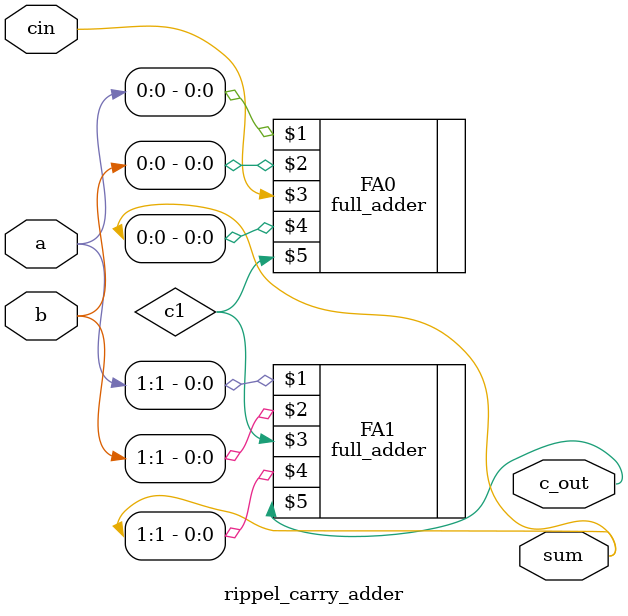
<source format=v>
module rippel_carry_adder(
     input [1:0] a,b,
	  input cin,
	  output [1:0] sum,
	  output c_out
	  );
wire c1;

full_adder FA0 (a[0],b[0],cin,sum[0],c1);
full_adder FA1 (a[1],b[1],c1,sum[1],c_out);

endmodule

</source>
